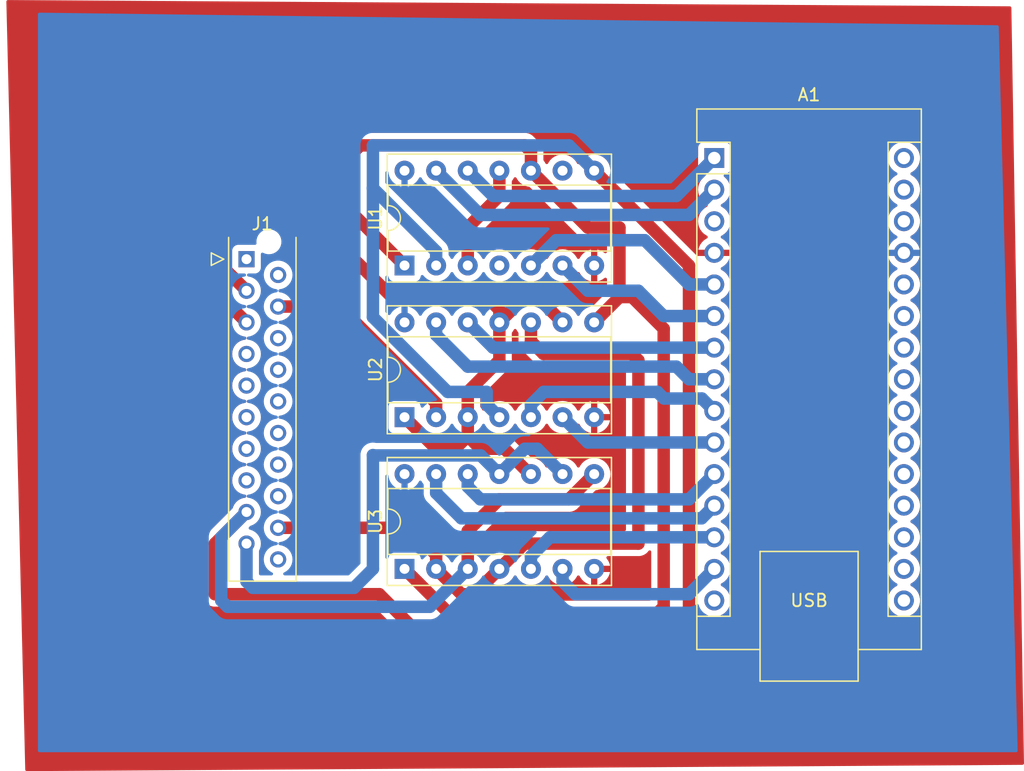
<source format=kicad_pcb>
(kicad_pcb (version 20221018) (generator pcbnew)
  (layers (0 "F.Cu" signal) (31 "B.Cu" signal) (34 "B.Paste" user) (35 "F.Paste" user) (36 "B.SilkS" user "B.Silkscreen") (37 "F.SilkS" user "F.Silkscreen") (38 "B.Mask" user) (39 "F.Mask" user) (44 "Edge.Cuts" user))
  (net 0 "")
  (net 1 "B")
  (net 2 "A")
  (net 4 "GND")
  (net 5 "C")
  (net 6 "D")
  (net 7 "A'")
  (net 8 "B'")
  (net 9 "C'")
  (net 10 "D'")
  (net 11 "A''")
  (net 12 "B''")
  (net 13 "C''")
  (net 14 "D''")
  (net 30 "1")
  (net 31 "2")
  (net 32 "3")
  (net 33 "4")
  (net 34 "5")
  (net 35 "6")
  (net 36 "7")
  (net 37 "8")
  (net 38 "9")
  (net 39 "10")
  (net 40 "11")
  (net 41 "12")
  (net 42 "13")
  (net 43 "14")
  (net 44 "15")
  (net 45 "16")
  (net 46 "17")
  (net 47 "18")
  (net 48 "19")
  (net 49 "20")
  (net 50 "+5V")
  (footprint "Module:Arduino_Nano" (layer "F.Cu") (at 158.496 49.784)
    (fp_text reference "A1" (at 7.62 -5.08) (layer "F.SilkS"))
    (fp_text value "Arduino_Nano_v2.x")
    (fp_text user "USB" (at 7.62 35.56 unlocked) (layer "F.SilkS"))
    (fp_line (start -1.4 -3.94) (end -1.4 -1.27) (stroke (width 0.12)) (layer "F.SilkS"))
    (fp_line (start -1.4 1.27) (end -1.4 39.5) (stroke (width 0.12)) (layer "F.SilkS"))
    (fp_line (start -1.4 39.5) (end 3.68 39.5) (stroke (width 0.12)) (layer "F.SilkS"))
    (fp_line (start 1.27 -1.27) (end -1.4 -1.27) (stroke (width 0.12)) (layer "F.SilkS"))
    (fp_line (start 1.27 1.27) (end -1.4 1.27) (stroke (width 0.12)) (layer "F.SilkS"))
    (fp_line (start 1.27 1.27) (end 1.27 -1.27) (stroke (width 0.12)) (layer "F.SilkS"))
    (fp_line (start 1.27 1.27) (end 1.27 36.83) (stroke (width 0.12)) (layer "F.SilkS"))
    (fp_line (start 1.27 36.83) (end -1.4 36.83) (stroke (width 0.12)) (layer "F.SilkS"))
    (fp_line (start 3.68 31.62) (end 11.56 31.62) (stroke (width 0.12)) (layer "F.SilkS"))
    (fp_line (start 3.68 42.04) (end 3.68 31.62) (stroke (width 0.12)) (layer "F.SilkS"))
    (fp_line (start 11.56 31.62) (end 11.56 42.04) (stroke (width 0.12)) (layer "F.SilkS"))
    (fp_line (start 11.56 42.04) (end 3.68 42.04) (stroke (width 0.12)) (layer "F.SilkS"))
    (fp_line (start 13.97 -1.27) (end 13.97 36.83) (stroke (width 0.12)) (layer "F.SilkS"))
    (fp_line (start 13.97 -1.27) (end 16.64 -1.27) (stroke (width 0.12)) (layer "F.SilkS"))
    (fp_line (start 13.97 36.83) (end 16.64 36.83) (stroke (width 0.12)) (layer "F.SilkS"))
    (fp_line (start 16.64 -3.94) (end -1.4 -3.94) (stroke (width 0.12)) (layer "F.SilkS"))
    (fp_line (start 16.64 39.5) (end 11.56 39.5) (stroke (width 0.12)) (layer "F.SilkS"))
    (fp_line (start 16.64 39.5) (end 16.64 -3.94) (stroke (width 0.12)) (layer "F.SilkS"))
    (pad "1" thru_hole rect (at 0 0) (size 1.6 1.6) (drill 1) (layers "*.Cu" "*.Mask") (net 6 "D"))
    (pad "2" thru_hole oval (at 0 2.54) (size 1.6 1.6) (drill 1) (layers "*.Cu" "*.Mask") (net 2 "A"))
    (pad "3" thru_hole oval (at 0 5.08) (size 1.6 1.6) (drill 1) (layers "*.Cu" "*.Mask"))
    (pad "4" thru_hole oval (at 0 7.62) (size 1.6 1.6) (drill 1) (layers "*.Cu" "*.Mask") (net 4 "GND"))
    (pad "5" thru_hole oval (at 0 10.16) (size 1.6 1.6) (drill 1) (layers "*.Cu" "*.Mask") (net 1 "B"))
    (pad "6" thru_hole oval (at 0 12.7) (size 1.6 1.6) (drill 1) (layers "*.Cu" "*.Mask") (net 5 "C"))
    (pad "7" thru_hole oval (at 0 15.24) (size 1.6 1.6) (drill 1) (layers "*.Cu" "*.Mask") (net 10 "D'"))
    (pad "8" thru_hole oval (at 0 17.78) (size 1.6 1.6) (drill 1) (layers "*.Cu" "*.Mask") (net 7 "A'"))
    (pad "9" thru_hole oval (at 0 20.32) (size 1.6 1.6) (drill 1) (layers "*.Cu" "*.Mask") (net 8 "B'"))
    (pad "10" thru_hole oval (at 0 22.86) (size 1.6 1.6) (drill 1) (layers "*.Cu" "*.Mask") (net 9 "C'"))
    (pad "11" thru_hole oval (at 0 25.4) (size 1.6 1.6) (drill 1) (layers "*.Cu" "*.Mask") (net 14 "D''"))
    (pad "12" thru_hole oval (at 0 27.94) (size 1.6 1.6) (drill 1) (layers "*.Cu" "*.Mask") (net 11 "A''"))
    (pad "13" thru_hole oval (at 0 30.48) (size 1.6 1.6) (drill 1) (layers "*.Cu" "*.Mask") (net 12 "B''"))
    (pad "14" thru_hole oval (at 0 33.02) (size 1.6 1.6) (drill 1) (layers "*.Cu" "*.Mask") (net 13 "C''"))
    (pad "15" thru_hole oval (at 0 35.56) (size 1.6 1.6) (drill 1) (layers "*.Cu" "*.Mask"))
    (pad "16" thru_hole oval (at 15.24 35.56) (size 1.6 1.6) (drill 1) (layers "*.Cu" "*.Mask"))
    (pad "17" thru_hole oval (at 15.24 33.02) (size 1.6 1.6) (drill 1) (layers "*.Cu" "*.Mask"))
    (pad "18" thru_hole oval (at 15.24 30.48) (size 1.6 1.6) (drill 1) (layers "*.Cu" "*.Mask"))
    (pad "19" thru_hole oval (at 15.24 27.94) (size 1.6 1.6) (drill 1) (layers "*.Cu" "*.Mask"))
    (pad "20" thru_hole oval (at 15.24 25.4) (size 1.6 1.6) (drill 1) (layers "*.Cu" "*.Mask"))
    (pad "21" thru_hole oval (at 15.24 22.86) (size 1.6 1.6) (drill 1) (layers "*.Cu" "*.Mask"))
    (pad "22" thru_hole oval (at 15.24 20.32) (size 1.6 1.6) (drill 1) (layers "*.Cu" "*.Mask"))
    (pad "23" thru_hole oval (at 15.24 17.78) (size 1.6 1.6) (drill 1) (layers "*.Cu" "*.Mask"))
    (pad "24" thru_hole oval (at 15.24 15.24) (size 1.6 1.6) (drill 1) (layers "*.Cu" "*.Mask"))
    (pad "25" thru_hole oval (at 15.24 12.7) (size 1.6 1.6) (drill 1) (layers "*.Cu" "*.Mask"))
    (pad "26" thru_hole oval (at 15.24 10.16) (size 1.6 1.6) (drill 1) (layers "*.Cu" "*.Mask"))
    (pad "27" thru_hole oval (at 15.24 7.62) (size 1.6 1.6) (drill 1) (layers "*.Cu" "*.Mask") (net 50 "+5V"))
    (pad "28" thru_hole oval (at 15.24 5.08) (size 1.6 1.6) (drill 1) (layers "*.Cu" "*.Mask"))
    (pad "29" thru_hole oval (at 15.24 2.54) (size 1.6 1.6) (drill 1) (layers "*.Cu" "*.Mask"))
    (pad "30" thru_hole oval (at 15.24 0) (size 1.6 1.6) (drill 1) (layers "*.Cu" "*.Mask"))
  )
  (footprint "Package_DIP:DIP-14_W7.62mm_Socket" (layer "F.Cu") (at 133.604 82.804 90)
    (fp_text reference "U3" (at 3.81 -2.33 90) (layer "F.SilkS"))
    (fp_text value "~")
    (fp_line (start -1.33 -1.39) (end -1.33 16.63) (stroke (width 0.12)) (layer "F.SilkS"))
    (fp_line (start -1.33 16.63) (end 8.95 16.63) (stroke (width 0.12)) (layer "F.SilkS"))
    (fp_line (start 1.16 -1.33) (end 1.16 16.57) (stroke (width 0.12)) (layer "F.SilkS"))
    (fp_line (start 1.16 16.57) (end 6.46 16.57) (stroke (width 0.12)) (layer "F.SilkS"))
    (fp_line (start 2.81 -1.33) (end 1.16 -1.33) (stroke (width 0.12)) (layer "F.SilkS"))
    (fp_line (start 6.46 -1.33) (end 4.81 -1.33) (stroke (width 0.12)) (layer "F.SilkS"))
    (fp_line (start 6.46 16.57) (end 6.46 -1.33) (stroke (width 0.12)) (layer "F.SilkS"))
    (fp_line (start 8.95 -1.39) (end -1.33 -1.39) (stroke (width 0.12)) (layer "F.SilkS"))
    (fp_line (start 8.95 16.63) (end 8.95 -1.39) (stroke (width 0.12)) (layer "F.SilkS"))
    (fp_arc (start 4.81 -1.33) (mid 3.81 -0.33) (end 2.81 -1.33) (stroke (width 0.12)) (layer "F.SilkS"))
    (pad "1" thru_hole rect (at 0 0 90) (size 1.6 1.6) (drill 0.8) (layers "*.Cu" "*.Mask") (net 34 "5"))
    (pad "2" thru_hole oval (at 0 2.54 90) (size 1.6 1.6) (drill 0.8) (layers "*.Cu" "*.Mask") (net 47 "18"))
    (pad "3" thru_hole oval (at 0 5.08 90) (size 1.6 1.6) (drill 0.8) (layers "*.Cu" "*.Mask") (net 46 "17"))
    (pad "4" thru_hole oval (at 0 7.62 90) (size 1.6 1.6) (drill 0.8) (layers "*.Cu" "*.Mask") (net 47 "18"))
    (pad "5" thru_hole oval (at 0 10.16 90) (size 1.6 1.6) (drill 0.8) (layers "*.Cu" "*.Mask") (net 12 "B''"))
    (pad "6" thru_hole oval (at 0 12.7 90) (size 1.6 1.6) (drill 0.8) (layers "*.Cu" "*.Mask") (net 13 "C''"))
    (pad "7" thru_hole oval (at 0 15.24 90) (size 1.6 1.6) (drill 0.8) (layers "*.Cu" "*.Mask") (net 4 "GND"))
    (pad "8" thru_hole oval (at 7.62 15.24 90) (size 1.6 1.6) (drill 0.8) (layers "*.Cu" "*.Mask") (net 46 "17"))
    (pad "9" thru_hole oval (at 7.62 12.7 90) (size 1.6 1.6) (drill 0.8) (layers "*.Cu" "*.Mask") (net 48 "19"))
    (pad "10" thru_hole oval (at 7.62 10.16 90) (size 1.6 1.6) (drill 0.8) (layers "*.Cu" "*.Mask") (net 32 "3"))
    (pad "11" thru_hole oval (at 7.62 7.62 90) (size 1.6 1.6) (drill 0.8) (layers "*.Cu" "*.Mask") (net 48 "19"))
    (pad "12" thru_hole oval (at 7.62 5.08 90) (size 1.6 1.6) (drill 0.8) (layers "*.Cu" "*.Mask") (net 14 "D''"))
    (pad "13" thru_hole oval (at 7.62 2.54 90) (size 1.6 1.6) (drill 0.8) (layers "*.Cu" "*.Mask") (net 11 "A''"))
    (pad "14" thru_hole oval (at 7.62 0 90) (size 1.6 1.6) (drill 0.8) (layers "*.Cu" "*.Mask") (net 50 "+5V"))
  )
  (footprint "Connector_TE-Connectivity:TE_Micro-MaTch_2-215079-0_2x10_P1.27mm_Vertical" (layer "F.Cu") (at 120.904 57.912)
    (fp_text reference "J1" (at 1.27 -2.84) (layer "F.SilkS"))
    (fp_text value "Grey_Ribbon_Main_PCB")
    (fp_line (start -2.83 -0.5) (end -1.83 0) (stroke (width 0.12)) (layer "F.SilkS"))
    (fp_line (start -2.83 0.5) (end -2.83 -0.5) (stroke (width 0.12)) (layer "F.SilkS"))
    (fp_line (start -1.83 0) (end -2.83 0.5) (stroke (width 0.12)) (layer "F.SilkS"))
    (fp_line (start -1.44 -1.745) (end -1.44 25.875) (stroke (width 0.12)) (layer "F.SilkS"))
    (fp_line (start -1.44 25.875) (end 3.98 25.875) (stroke (width 0.12)) (layer "F.SilkS"))
    (fp_line (start 3.98 25.875) (end 3.98 -1.745) (stroke (width 0.12)) (layer "F.SilkS"))
    (pad "" np_thru_hole circle (at 1.8 -1.4) (size 1.5 1.5) (drill 1.5) (layers "*.Cu" "*.Mask"))
    (pad "1" thru_hole rect (at 0 0) (size 1.3 1.3) (drill 0.8) (layers "*.Cu" "*.Mask") (net 30 "1"))
    (pad "2" thru_hole circle (at 2.54 1.27) (size 1.3 1.3) (drill 0.8) (layers "*.Cu" "*.Mask") (net 31 "2"))
    (pad "3" thru_hole circle (at 0 2.54) (size 1.3 1.3) (drill 0.8) (layers "*.Cu" "*.Mask") (net 32 "3"))
    (pad "4" thru_hole circle (at 2.54 3.81) (size 1.3 1.3) (drill 0.8) (layers "*.Cu" "*.Mask") (net 33 "4"))
    (pad "5" thru_hole circle (at 0 5.08) (size 1.3 1.3) (drill 0.8) (layers "*.Cu" "*.Mask") (net 34 "5"))
    (pad "6" thru_hole circle (at 2.54 6.35) (size 1.3 1.3) (drill 0.8) (layers "*.Cu" "*.Mask") (net 35 "6"))
    (pad "7" thru_hole circle (at 0 7.62) (size 1.3 1.3) (drill 0.8) (layers "*.Cu" "*.Mask") (net 36 "7"))
    (pad "8" thru_hole circle (at 2.54 8.89) (size 1.3 1.3) (drill 0.8) (layers "*.Cu" "*.Mask") (net 37 "8"))
    (pad "9" thru_hole circle (at 0 10.16) (size 1.3 1.3) (drill 0.8) (layers "*.Cu" "*.Mask") (net 38 "9"))
    (pad "10" thru_hole circle (at 2.54 11.43) (size 1.3 1.3) (drill 0.8) (layers "*.Cu" "*.Mask") (net 39 "10"))
    (pad "11" thru_hole circle (at 0 12.7) (size 1.3 1.3) (drill 0.8) (layers "*.Cu" "*.Mask") (net 40 "11"))
    (pad "12" thru_hole circle (at 2.54 13.97) (size 1.3 1.3) (drill 0.8) (layers "*.Cu" "*.Mask") (net 41 "12"))
    (pad "13" thru_hole circle (at 0 15.24) (size 1.3 1.3) (drill 0.8) (layers "*.Cu" "*.Mask") (net 42 "13"))
    (pad "14" thru_hole circle (at 2.54 16.51) (size 1.3 1.3) (drill 0.8) (layers "*.Cu" "*.Mask") (net 43 "14"))
    (pad "15" thru_hole circle (at 0 17.78) (size 1.3 1.3) (drill 0.8) (layers "*.Cu" "*.Mask") (net 44 "15"))
    (pad "16" thru_hole circle (at 2.54 19.05) (size 1.3 1.3) (drill 0.8) (layers "*.Cu" "*.Mask") (net 45 "16"))
    (pad "17" thru_hole circle (at 0 20.32) (size 1.3 1.3) (drill 0.8) (layers "*.Cu" "*.Mask") (net 46 "17"))
    (pad "18" thru_hole circle (at 2.54 21.59) (size 1.3 1.3) (drill 0.8) (layers "*.Cu" "*.Mask") (net 47 "18"))
    (pad "19" thru_hole circle (at 0 22.86) (size 1.3 1.3) (drill 0.8) (layers "*.Cu" "*.Mask") (net 48 "19"))
    (pad "20" thru_hole circle (at 2.54 24.13) (size 1.3 1.3) (drill 0.8) (layers "*.Cu" "*.Mask") (net 49 "20"))
  )
  (footprint "Package_DIP:DIP-14_W7.62mm_Socket" (layer "F.Cu") (at 133.604 70.612 90)
    (fp_text reference "U2" (at 3.81 -2.33 90) (layer "F.SilkS"))
    (fp_text value "~")
    (fp_line (start -1.33 -1.39) (end -1.33 16.63) (stroke (width 0.12)) (layer "F.SilkS"))
    (fp_line (start -1.33 16.63) (end 8.95 16.63) (stroke (width 0.12)) (layer "F.SilkS"))
    (fp_line (start 1.16 -1.33) (end 1.16 16.57) (stroke (width 0.12)) (layer "F.SilkS"))
    (fp_line (start 1.16 16.57) (end 6.46 16.57) (stroke (width 0.12)) (layer "F.SilkS"))
    (fp_line (start 2.81 -1.33) (end 1.16 -1.33) (stroke (width 0.12)) (layer "F.SilkS"))
    (fp_line (start 6.46 -1.33) (end 4.81 -1.33) (stroke (width 0.12)) (layer "F.SilkS"))
    (fp_line (start 6.46 16.57) (end 6.46 -1.33) (stroke (width 0.12)) (layer "F.SilkS"))
    (fp_line (start 8.95 -1.39) (end -1.33 -1.39) (stroke (width 0.12)) (layer "F.SilkS"))
    (fp_line (start 8.95 16.63) (end 8.95 -1.39) (stroke (width 0.12)) (layer "F.SilkS"))
    (fp_arc (start 4.81 -1.33) (mid 3.81 -0.33) (end 2.81 -1.33) (stroke (width 0.12)) (layer "F.SilkS"))
    (pad "1" thru_hole rect (at 0 0 90) (size 1.6 1.6) (drill 0.8) (layers "*.Cu" "*.Mask") (net 32 "3"))
    (pad "2" thru_hole oval (at 0 2.54 90) (size 1.6 1.6) (drill 0.8) (layers "*.Cu" "*.Mask") (net 33 "4"))
    (pad "3" thru_hole oval (at 0 5.08 90) (size 1.6 1.6) (drill 0.8) (layers "*.Cu" "*.Mask") (net 32 "3"))
    (pad "4" thru_hole oval (at 0 7.62 90) (size 1.6 1.6) (drill 0.8) (layers "*.Cu" "*.Mask") (net 46 "17"))
    (pad "5" thru_hole oval (at 0 10.16 90) (size 1.6 1.6) (drill 0.8) (layers "*.Cu" "*.Mask") (net 8 "B'"))
    (pad "6" thru_hole oval (at 0 12.7 90) (size 1.6 1.6) (drill 0.8) (layers "*.Cu" "*.Mask") (net 9 "C'"))
    (pad "7" thru_hole oval (at 0 15.24 90) (size 1.6 1.6) (drill 0.8) (layers "*.Cu" "*.Mask") (net 4 "GND"))
    (pad "8" thru_hole oval (at 7.62 15.24 90) (size 1.6 1.6) (drill 0.8) (layers "*.Cu" "*.Mask") (net 34 "5"))
    (pad "9" thru_hole oval (at 7.62 12.7 90) (size 1.6 1.6) (drill 0.8) (layers "*.Cu" "*.Mask") (net 32 "3"))
    (pad "10" thru_hole oval (at 7.62 10.16 90) (size 1.6 1.6) (drill 0.8) (layers "*.Cu" "*.Mask") (net 47 "18"))
    (pad "11" thru_hole oval (at 7.62 7.62 90) (size 1.6 1.6) (drill 0.8) (layers "*.Cu" "*.Mask") (net 32 "3"))
    (pad "12" thru_hole oval (at 7.62 5.08 90) (size 1.6 1.6) (drill 0.8) (layers "*.Cu" "*.Mask") (net 10 "D'"))
    (pad "13" thru_hole oval (at 7.62 2.54 90) (size 1.6 1.6) (drill 0.8) (layers "*.Cu" "*.Mask") (net 7 "A'"))
    (pad "14" thru_hole oval (at 7.62 0 90) (size 1.6 1.6) (drill 0.8) (layers "*.Cu" "*.Mask") (net 50 "+5V"))
  )
  (footprint "Package_DIP:DIP-14_W7.62mm_Socket" (layer "F.Cu") (at 133.604 58.42 90)
    (fp_text reference "U1" (at 3.81 -2.33 90) (layer "F.SilkS"))
    (fp_text value "~")
    (fp_line (start -1.33 -1.39) (end -1.33 16.63) (stroke (width 0.12)) (layer "F.SilkS"))
    (fp_line (start -1.33 16.63) (end 8.95 16.63) (stroke (width 0.12)) (layer "F.SilkS"))
    (fp_line (start 1.16 -1.33) (end 1.16 16.57) (stroke (width 0.12)) (layer "F.SilkS"))
    (fp_line (start 1.16 16.57) (end 6.46 16.57) (stroke (width 0.12)) (layer "F.SilkS"))
    (fp_line (start 2.81 -1.33) (end 1.16 -1.33) (stroke (width 0.12)) (layer "F.SilkS"))
    (fp_line (start 6.46 -1.33) (end 4.81 -1.33) (stroke (width 0.12)) (layer "F.SilkS"))
    (fp_line (start 6.46 16.57) (end 6.46 -1.33) (stroke (width 0.12)) (layer "F.SilkS"))
    (fp_line (start 8.95 -1.39) (end -1.33 -1.39) (stroke (width 0.12)) (layer "F.SilkS"))
    (fp_line (start 8.95 16.63) (end 8.95 -1.39) (stroke (width 0.12)) (layer "F.SilkS"))
    (fp_arc (start 4.81 -1.33) (mid 3.81 -0.33) (end 2.81 -1.33) (stroke (width 0.12)) (layer "F.SilkS"))
    (pad "1" thru_hole rect (at 0 0 90) (size 1.6 1.6) (drill 0.8) (layers "*.Cu" "*.Mask") (net 34 "5"))
    (pad "2" thru_hole oval (at 0 2.54 90) (size 1.6 1.6) (drill 0.8) (layers "*.Cu" "*.Mask") (net 46 "17"))
    (pad "3" thru_hole oval (at 0 5.08 90) (size 1.6 1.6) (drill 0.8) (layers "*.Cu" "*.Mask") (net 33 "4"))
    (pad "4" thru_hole oval (at 0 7.62 90) (size 1.6 1.6) (drill 0.8) (layers "*.Cu" "*.Mask") (net 48 "19"))
    (pad "5" thru_hole oval (at 0 10.16 90) (size 1.6 1.6) (drill 0.8) (layers "*.Cu" "*.Mask") (net 1 "B"))
    (pad "6" thru_hole oval (at 0 12.7 90) (size 1.6 1.6) (drill 0.8) (layers "*.Cu" "*.Mask") (net 5 "C"))
    (pad "7" thru_hole oval (at 0 15.24 90) (size 1.6 1.6) (drill 0.8) (layers "*.Cu" "*.Mask") (net 4 "GND"))
    (pad "8" thru_hole oval (at 7.62 15.24 90) (size 1.6 1.6) (drill 0.8) (layers "*.Cu" "*.Mask") (net 46 "17"))
    (pad "9" thru_hole oval (at 7.62 12.7 90) (size 1.6 1.6) (drill 0.8) (layers "*.Cu" "*.Mask") (net 33 "4"))
    (pad "10" thru_hole oval (at 7.62 10.16 90) (size 1.6 1.6) (drill 0.8) (layers "*.Cu" "*.Mask") (net 34 "5"))
    (pad "11" thru_hole oval (at 7.62 7.62 90) (size 1.6 1.6) (drill 0.8) (layers "*.Cu" "*.Mask") (net 33 "4"))
    (pad "12" thru_hole oval (at 7.62 5.08 90) (size 1.6 1.6) (drill 0.8) (layers "*.Cu" "*.Mask") (net 6 "D"))
    (pad "13" thru_hole oval (at 7.62 2.54 90) (size 1.6 1.6) (drill 0.8) (layers "*.Cu" "*.Mask") (net 2 "A"))
    (pad "14" thru_hole oval (at 7.62 0 90) (size 1.6 1.6) (drill 0.8) (layers "*.Cu" "*.Mask") (net 50 "+5V"))
  )
  (segment (start 145.796 56.388) (end 143.764 58.42) (width 1) (layer "B.Cu") (net 1))
  (segment (start 152.908 56.388) (end 145.796 56.388) (width 1) (layer "B.Cu") (net 1))
  (segment (start 158.496 59.944) (end 156.464 59.944) (width 1) (layer "B.Cu") (net 1))
  (segment (start 156.464 59.944) (end 152.908 56.388) (width 1) (layer "B.Cu") (net 1))
  (segment (start 136.144 50.8) (end 139.7 54.356) (width 1) (layer "B.Cu") (net 2))
  (segment (start 139.7 54.356) (end 156.464 54.356) (width 1) (layer "B.Cu") (net 2))
  (segment (start 156.464 54.356) (end 158.496 52.324) (width 1) (layer "B.Cu") (net 2))
  (segment (start 148.336 60.452) (end 146.304 58.42) (width 1) (layer "B.Cu") (net 5))
  (segment (start 152.4 60.452) (end 148.336 60.452) (width 1) (layer "B.Cu") (net 5))
  (segment (start 154.432 62.484) (end 152.4 60.452) (width 1) (layer "B.Cu") (net 5))
  (segment (start 158.496 62.484) (end 154.432 62.484) (width 1) (layer "B.Cu") (net 5))
  (segment (start 158.496 49.784) (end 155.448 52.832) (width 1) (layer "B.Cu") (net 6))
  (segment (start 155.448 52.832) (end 140.716 52.832) (width 1) (layer "B.Cu") (net 6))
  (segment (start 140.716 52.832) (end 138.684 50.8) (width 1) (layer "B.Cu") (net 6))
  (segment (start 156.464 67.564) (end 155.448 66.548) (width 1) (layer "B.Cu") (net 7))
  (segment (start 136.144 64.008) (end 136.144 62.992) (width 1) (layer "B.Cu") (net 7))
  (segment (start 155.448 66.548) (end 138.684 66.548) (width 1) (layer "B.Cu") (net 7))
  (segment (start 158.496 67.564) (end 156.464 67.564) (width 1) (layer "B.Cu") (net 7))
  (segment (start 138.684 66.548) (end 136.144 64.008) (width 1) (layer "B.Cu") (net 7))
  (segment (start 158.496 70.104) (end 157.504 69.112) (width 1) (layer "B.Cu") (net 8))
  (segment (start 143.764 69.596) (end 143.764 70.612) (width 1) (layer "B.Cu") (net 8))
  (segment (start 144.78 68.58) (end 143.764 69.596) (width 1) (layer "B.Cu") (net 8))
  (segment (start 154.456 69.112) (end 153.924 68.58) (width 1) (layer "B.Cu") (net 8))
  (segment (start 157.504 69.112) (end 154.456 69.112) (width 1) (layer "B.Cu") (net 8))
  (segment (start 153.924 68.58) (end 144.78 68.58) (width 1) (layer "B.Cu") (net 8))
  (segment (start 148.336 72.644) (end 146.304 70.612) (width 1) (layer "B.Cu") (net 9))
  (segment (start 158.496 72.644) (end 148.336 72.644) (width 1) (layer "B.Cu") (net 9))
  (segment (start 140.716 65.024) (end 138.684 62.992) (width 1) (layer "B.Cu") (net 10))
  (segment (start 158.496 65.024) (end 140.716 65.024) (width 1) (layer "B.Cu") (net 10))
  (segment (start 138.176 78.74) (end 136.144 76.708) (width 1) (layer "B.Cu") (net 11))
  (segment (start 157.48 78.74) (end 138.176 78.74) (width 1) (layer "B.Cu") (net 11))
  (segment (start 136.144 76.708) (end 136.144 75.184) (width 1) (layer "B.Cu") (net 11))
  (segment (start 158.496 77.724) (end 157.48 78.74) (width 1) (layer "B.Cu") (net 11))
  (segment (start 145.288 80.264) (end 143.764 81.788) (width 1) (layer "B.Cu") (net 12))
  (segment (start 158.496 80.264) (end 145.288 80.264) (width 1) (layer "B.Cu") (net 12))
  (segment (start 143.764 81.788) (end 143.764 82.804) (width 1) (layer "B.Cu") (net 12))
  (segment (start 146.304 83.82) (end 146.304 82.804) (width 1) (layer "B.Cu") (net 13))
  (segment (start 156.464 84.836) (end 147.32 84.836) (width 1) (layer "B.Cu") (net 13))
  (segment (start 158.496 82.804) (end 156.464 84.836) (width 1) (layer "B.Cu") (net 13))
  (segment (start 147.32 84.836) (end 146.304 83.82) (width 1) (layer "B.Cu") (net 13))
  (segment (start 139.7 77.216) (end 138.684 76.2) (width 1) (layer "B.Cu") (net 14))
  (segment (start 158.496 75.184) (end 156.464 77.216) (width 1) (layer "B.Cu") (net 14))
  (segment (start 156.464 77.216) (end 139.7 77.216) (width 1) (layer "B.Cu") (net 14))
  (segment (start 138.684 76.2) (end 138.684 75.184) (width 1) (layer "B.Cu") (net 14))
  (segment (start 138.684 72.136) (end 138.684 70.612) (width 1) (layer "F.Cu") (net 32))
  (segment (start 137.668 73.152) (end 136.144 73.152) (width 1) (layer "F.Cu") (net 32))
  (segment (start 138.684 68.58) (end 141.224 66.04) (width 1) (layer "F.Cu") (net 32))
  (segment (start 132.588 60.96) (end 140.208 60.96) (width 1) (layer "F.Cu") (net 32))
  (segment (start 118.872 53.848) (end 125.476 53.848) (width 1) (layer "F.Cu") (net 32))
  (segment (start 143.764 75.184) (end 143.674679 75.184) (width 1) (layer "F.Cu") (net 32))
  (segment (start 141.224 62.992) (end 143.256 60.96) (width 1) (layer "F.Cu") (net 32))
  (segment (start 139.7 73.152) (end 138.684 72.136) (width 1) (layer "F.Cu") (net 32))
  (segment (start 120.904 60.452) (end 118.872 58.42) (width 1) (layer "F.Cu") (net 32))
  (segment (start 136.144 73.152) (end 133.604 70.612) (width 1) (layer "F.Cu") (net 32))
  (segment (start 140.208 60.96) (end 141.224 61.976) (width 1) (layer "F.Cu") (net 32))
  (segment (start 144.272 60.96) (end 146.304 62.992) (width 1) (layer "F.Cu") (net 32))
  (segment (start 125.476 53.848) (end 132.588 60.96) (width 1) (layer "F.Cu") (net 32))
  (segment (start 141.642679 73.152) (end 139.7 73.152) (width 1) (layer "F.Cu") (net 32))
  (segment (start 141.224 66.04) (end 141.224 62.992) (width 1) (layer "F.Cu") (net 32))
  (segment (start 118.872 58.42) (end 118.872 53.848) (width 1) (layer "F.Cu") (net 32))
  (segment (start 138.684 70.612) (end 138.684 68.58) (width 1) (layer "F.Cu") (net 32))
  (segment (start 138.684 72.136) (end 137.668 73.152) (width 1) (layer "F.Cu") (net 32))
  (segment (start 141.224 61.976) (end 141.224 62.992) (width 1) (layer "F.Cu") (net 32))
  (segment (start 143.256 60.96) (end 144.272 60.96) (width 1) (layer "F.Cu") (net 32))
  (segment (start 143.674679 75.184) (end 141.642679 73.152) (width 1) (layer "F.Cu") (net 32))
  (segment (start 141.224 52.832) (end 141.224 50.8) (width 1) (layer "F.Cu") (net 33))
  (segment (start 123.444 61.722) (end 128.38537 61.722) (width 1) (layer "F.Cu") (net 33))
  (segment (start 138.684 58.42) (end 138.684 55.372) (width 1) (layer "F.Cu") (net 33))
  (segment (start 136.144 69.48063) (end 136.144 70.612) (width 1) (layer "F.Cu") (net 33))
  (segment (start 128.38537 61.722) (end 136.144 69.48063) (width 1) (layer "F.Cu") (net 33))
  (segment (start 138.684 55.372) (end 141.224 52.832) (width 1) (layer "F.Cu") (net 33))
  (segment (start 133.604 82.804) (end 137.16 86.36) (width 1) (layer "F.Cu") (net 34))
  (segment (start 117.348 59.436) (end 117.348 51.816) (width 1) (layer "F.Cu") (net 34))
  (segment (start 150.876 55.372) (end 150.876 60.96) (width 1) (layer "F.Cu") (net 34))
  (segment (start 130.048 48.768) (end 143.256 48.768) (width 1) (layer "F.Cu") (net 34))
  (segment (start 143.764 50.8) (end 148.336 55.372) (width 1) (layer "F.Cu") (net 34))
  (segment (start 137.16 86.36) (end 153.924 86.36) (width 1) (layer "F.Cu") (net 34))
  (segment (start 120.904 62.992) (end 117.348 59.436) (width 1) (layer "F.Cu") (net 34))
  (segment (start 143.256 48.768) (end 143.764 49.276) (width 1) (layer "F.Cu") (net 34))
  (segment (start 154.432 85.852) (end 154.432 63.5) (width 1) (layer "F.Cu") (net 34))
  (segment (start 148.336 55.372) (end 150.876 55.372) (width 1) (layer "F.Cu") (net 34))
  (segment (start 154.432 63.5) (end 151.892 60.96) (width 1) (layer "F.Cu") (net 34))
  (segment (start 127 51.816) (end 133.604 58.42) (width 1) (layer "F.Cu") (net 34))
  (segment (start 151.892 60.96) (end 150.876 60.96) (width 1) (layer "F.Cu") (net 34))
  (segment (start 127 51.816) (end 130.048 48.768) (width 1) (layer "F.Cu") (net 34))
  (segment (start 150.876 60.96) (end 148.844 62.992) (width 1) (layer "F.Cu") (net 34))
  (segment (start 153.924 86.36) (end 154.432 85.852) (width 1) (layer "F.Cu") (net 34))
  (segment (start 117.348 51.816) (end 127 51.816) (width 1) (layer "F.Cu") (net 34))
  (segment (start 143.764 49.276) (end 143.764 50.8) (width 1) (layer "F.Cu") (net 34))
  (segment (start 148.844 50.8) (end 156.464 58.42) (width 1) (layer "F.Cu") (net 46))
  (segment (start 138.684 79.756) (end 141.224 77.216) (width 1) (layer "F.Cu") (net 46))
  (segment (start 156.464 86.36) (end 154.94 87.884) (width 1) (layer "F.Cu") (net 46))
  (segment (start 154.94 87.884) (end 134.62 87.884) (width 1) (layer "F.Cu") (net 46))
  (segment (start 146.812 77.216) (end 148.844 75.184) (width 1) (layer "F.Cu") (net 46))
  (segment (start 134.62 87.884) (end 131.572 84.836) (width 1) (layer "F.Cu") (net 46))
  (segment (start 118.364 84.836) (end 118.364 80.772) (width 1) (layer "F.Cu") (net 46))
  (segment (start 138.684 82.804) (end 138.684 79.756) (width 1) (layer "F.Cu") (net 46))
  (segment (start 156.464 58.42) (end 156.464 86.36) (width 1) (layer "F.Cu") (net 46))
  (segment (start 141.224 77.216) (end 146.812 77.216) (width 1) (layer "F.Cu") (net 46))
  (segment (start 118.364 80.772) (end 120.904 78.232) (width 1) (layer "F.Cu") (net 46))
  (segment (start 131.572 84.836) (end 118.364 84.836) (width 1) (layer "F.Cu") (net 46))
  (segment (start 146.812 48.768) (end 131.064 48.768) (width 1) (layer "B.Cu") (net 46))
  (segment (start 118.872 85.344) (end 118.872 80.264) (width 1) (layer "B.Cu") (net 46))
  (segment (start 118.872 80.264) (end 120.904 78.232) (width 1) (layer "B.Cu") (net 46))
  (segment (start 131.064 62.573321) (end 137.070679 68.58) (width 1) (layer "B.Cu") (net 46))
  (segment (start 140.208 68.58) (end 140.208 69.596) (width 1) (layer "B.Cu") (net 46))
  (segment (start 136.144 57.28863) (end 136.144 58.42) (width 1) (layer "B.Cu") (net 46))
  (segment (start 140.208 69.596) (end 141.224 70.612) (width 1) (layer "B.Cu") (net 46))
  (segment (start 131.064 48.768) (end 131.064 52.20863) (width 1) (layer "B.Cu") (net 46))
  (segment (start 138.684 82.804) (end 135.636 85.852) (width 1) (layer "B.Cu") (net 46))
  (segment (start 131.064 52.20863) (end 131.064 62.573321) (width 1) (layer "B.Cu") (net 46))
  (segment (start 119.38 85.852) (end 118.872 85.344) (width 1) (layer "B.Cu") (net 46))
  (segment (start 137.070679 68.58) (end 140.208 68.58) (width 1) (layer "B.Cu") (net 46))
  (segment (start 148.844 50.8) (end 146.812 48.768) (width 1) (layer "B.Cu") (net 46))
  (segment (start 135.636 85.852) (end 119.38 85.852) (width 1) (layer "B.Cu") (net 46))
  (segment (start 131.064 52.20863) (end 136.144 57.28863) (width 1) (layer "B.Cu") (net 46))
  (segment (start 152.4 66.04) (end 151.892 65.532) (width 1) (layer "F.Cu") (net 47))
  (segment (start 152.4 80.772) (end 152.4 66.04) (width 1) (layer "F.Cu") (net 47))
  (segment (start 138.176 84.836) (end 139.192 84.836) (width 1) (layer "F.Cu") (net 47))
  (segment (start 136.144 82.804) (end 138.176 84.836) (width 1) (layer "F.Cu") (net 47))
  (segment (start 143.256 80.772) (end 152.4 80.772) (width 1) (layer "F.Cu") (net 47))
  (segment (start 151.892 65.532) (end 144.78 65.532) (width 1) (layer "F.Cu") (net 47))
  (segment (start 133.97337 79.502) (end 123.444 79.502) (width 1) (layer "F.Cu") (net 47))
  (segment (start 136.144 82.804) (end 136.144 81.67263) (width 1) (layer "F.Cu") (net 47))
  (segment (start 136.144 81.67263) (end 133.97337 79.502) (width 1) (layer "F.Cu") (net 47))
  (segment (start 139.192 84.836) (end 141.224 82.804) (width 1) (layer "F.Cu") (net 47))
  (segment (start 143.764 64.516) (end 143.764 62.992) (width 1) (layer "F.Cu") (net 47))
  (segment (start 144.78 65.532) (end 143.764 64.516) (width 1) (layer "F.Cu") (net 47))
  (segment (start 141.224 82.804) (end 143.256 80.772) (width 1) (layer "F.Cu") (net 47))
  (segment (start 144.272 73.152) (end 146.304 75.184) (width 1) (layer "B.Cu") (net 48))
  (segment (start 121.412 84.328) (end 120.904 83.82) (width 1) (layer "B.Cu") (net 48))
  (segment (start 139.724 73.684) (end 131.088 73.684) (width 1) (layer "B.Cu") (net 48))
  (segment (start 129.54 84.328) (end 121.412 84.328) (width 1) (layer "B.Cu") (net 48))
  (segment (start 131.064 73.66) (end 131.064 82.804) (width 1) (layer "B.Cu") (net 48))
  (segment (start 141.224 75.184) (end 139.724 73.684) (width 1) (layer "B.Cu") (net 48))
  (segment (start 131.088 73.684) (end 131.064 73.66) (width 1) (layer "B.Cu") (net 48))
  (segment (start 131.064 82.804) (end 129.54 84.328) (width 1) (layer "B.Cu") (net 48))
  (segment (start 143.256 73.152) (end 144.272 73.152) (width 1) (layer "B.Cu") (net 48))
  (segment (start 120.904 83.82) (end 120.904 80.772) (width 1) (layer "B.Cu") (net 48))
  (segment (start 141.224 75.184) (end 143.256 73.152) (width 1) (layer "B.Cu") (net 48))
  (zone (net 4) (net_name "GND") (layer "F.Cu") (connect_pads (clearance 0.5)) (min_thickness 0.25) (fill yes (thermal_gap 0.5) (thermal_bridge_width 0.5))
    (polygon (pts (xy 101.6 37.084) (xy 103.124 99.06) (xy 183.388 98.552) (xy 182.372 37.592) (xy 101.092 37.084) (xy 101.6 37.592)))
  )
  (zone (net 50) (net_name "+5V") (layer "B.Cu") (priority 1) (connect_pads (clearance 0.5)) (min_thickness 0.25) (fill yes (thermal_gap 0.5) (thermal_bridge_width 0.5))
    (polygon (pts (xy 104.14 38.1) (xy 104.14 97.536) (xy 182.88 97.536) (xy 181.356 39.116)))
  )
)
</source>
